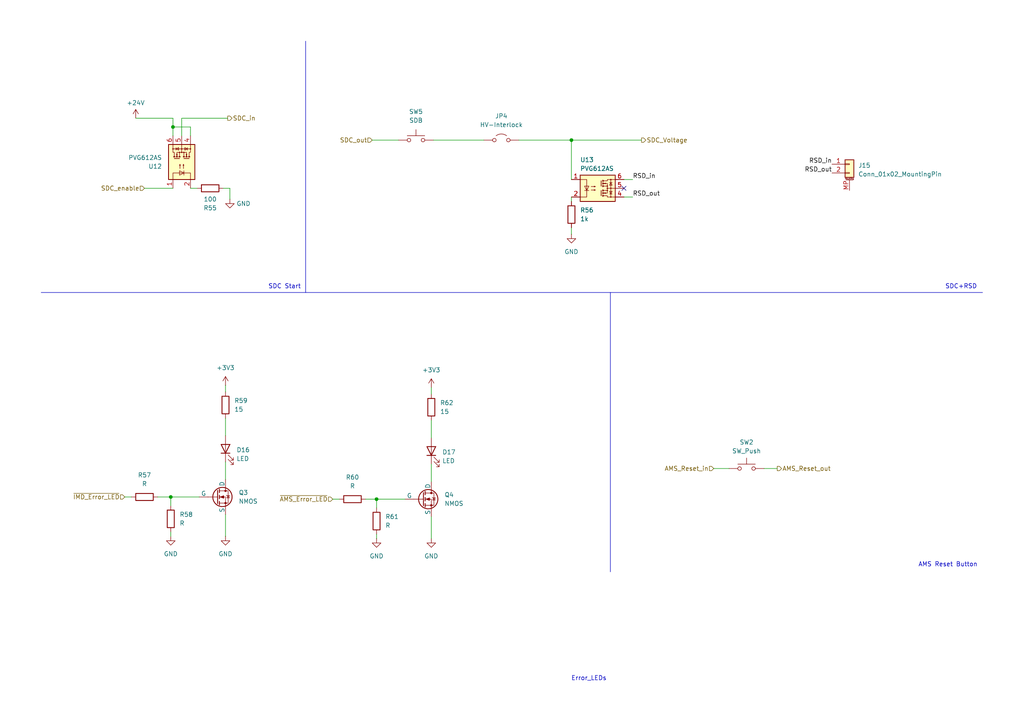
<source format=kicad_sch>
(kicad_sch (version 20231120) (generator "eeschema") (generator_version "8.0")
  (paper "A4")
  (lib_symbols
    (symbol "Connector_Generic_MountingPin:Conn_01x02_MountingPin" (pin_names (offset 1.016) hide)
      (property "Reference" "J" (at 0 2.54 0))
      (property "Value" "Conn_01x02_MountingPin" (at 1.27 -5.08 0))
      (symbol "Conn_01x02_MountingPin_1_1"
        (rectangle (start -1.27 -2.413) (end 0 -2.667) (stroke (width 0.1524)))
        (rectangle (start -1.27 0.127) (end 0 -0.127) (stroke (width 0.1524)))
        (rectangle (start -1.27 1.27) (end 1.27 -3.81) (stroke (width 0.254)) (fill (type background)))
        (polyline (pts (xy -1.016 -4.572) (xy 1.016 -4.572)) (stroke (width 0.1524)))
        (text "Mounting" (at 0 -4.191 0) (effects (font (size 0.381 0.381))))
        (pin passive line (at -5.08 0 0) (length 3.81) (name "Pin_1") (number "1"))
        (pin passive line (at -5.08 -2.54 0) (length 3.81) (name "Pin_2") (number "2"))
        (pin passive line (at 0 -7.62 90) (length 3.048) (name "MountPin") (number "MP"))
      )
    )
    (symbol "Device:LED" (pin_numbers hide) (pin_names (offset 1.016) hide)
      (property "Reference" "D" (at 0 2.54 0))
      (property "Value" "LED" (at 0 -2.54 0))
      (symbol "LED_0_1"
        (polyline (pts (xy -1.27 -1.27) (xy -1.27 1.27)) (stroke (width 0.254)))
        (polyline (pts (xy -1.27 0) (xy 1.27 0)))
        (polyline (pts (xy 1.27 -1.27) (xy 1.27 1.27) (xy -1.27 0) (xy 1.27 -1.27)) (stroke (width 0.254)))
        (polyline (pts (xy -3.048 -0.762) (xy -4.572 -2.286) (xy -3.81 -2.286) (xy -4.572 -2.286) (xy -4.572 -1.524)))
        (polyline (pts (xy -1.778 -0.762) (xy -3.302 -2.286) (xy -2.54 -2.286) (xy -3.302 -2.286) (xy -3.302 -1.524)))
      )
      (symbol "LED_1_1"
        (pin passive line (at -3.81 0 0) (length 2.54) (name "K") (number "1"))
        (pin passive line (at 3.81 0 180) (length 2.54) (name "A") (number "2"))
      )
    )
    (symbol "Device:R" (pin_numbers hide) (pin_names (offset 0))
      (property "Reference" "R" (at 2.032 0 90))
      (property "Value" "R" (at 0 0 90))
      (symbol "R_0_1"
        (rectangle (start -1.016 -2.54) (end 1.016 2.54) (stroke (width 0.254)))
      )
      (symbol "R_1_1"
        (pin passive line (at 0 3.81 270) (length 1.27) (name "~") (number "1"))
        (pin passive line (at 0 -3.81 90) (length 1.27) (name "~") (number "2"))
      )
    )
    (symbol "FaSTTUBe_Power-Switches:PVG612AS"
      (property "Reference" "U" (at -3.81 5.08 0))
      (property "Value" "PVG612AS" (at 0 -5.08 0))
      (symbol "PVG612AS_0_1"
        (rectangle (start -5.08 3.81) (end 5.08 -3.81) (stroke (width 0.254)) (fill (type background)))
        (polyline (pts (xy -3.81 -0.635) (xy -2.54 -0.635)))
        (polyline (pts (xy 1.016 -0.635) (xy 1.016 -2.159)) (stroke (width 0.2032)))
        (polyline (pts (xy 1.016 2.159) (xy 1.016 0.635)) (stroke (width 0.2032)))
        (polyline (pts (xy 1.524 -0.508) (xy 1.524 -0.762)) (stroke (width 0.3556)))
        (polyline (pts (xy 2.794 0) (xy 5.08 0)))
        (polyline (pts (xy 3.429 -1.651) (xy 4.191 -1.651)))
        (polyline (pts (xy 3.429 1.651) (xy 4.191 1.651)))
        (polyline (pts (xy 3.81 -2.54) (xy 3.81 2.54)))
        (polyline (pts (xy 1.524 -2.032) (xy 1.524 -2.286) (xy 1.524 -2.286)) (stroke (width 0.3556)))
        (polyline (pts (xy 1.524 -1.27) (xy 1.524 -1.524) (xy 1.524 -1.524)) (stroke (width 0.3556)))
        (polyline (pts (xy 1.524 0.762) (xy 1.524 0.508) (xy 1.524 0.508)) (stroke (width 0.3556)))
        (polyline (pts (xy 1.524 1.524) (xy 1.524 1.27) (xy 1.524 1.27)) (stroke (width 0.3556)))
        (polyline (pts (xy 1.524 2.286) (xy 1.524 2.032) (xy 1.524 2.032)) (stroke (width 0.3556)))
        (polyline (pts (xy 1.651 -1.397) (xy 2.794 -1.397) (xy 2.794 -0.635)))
        (polyline (pts (xy 1.651 1.397) (xy 2.794 1.397) (xy 2.794 0.635)))
        (polyline (pts (xy -5.08 2.54) (xy -3.175 2.54) (xy -3.175 -2.54) (xy -5.08 -2.54)))
        (polyline (pts (xy -3.175 -0.635) (xy -3.81 0.635) (xy -2.54 0.635) (xy -3.175 -0.635)))
        (polyline (pts (xy 1.651 -2.159) (xy 2.794 -2.159) (xy 2.794 -2.54) (xy 5.08 -2.54)))
        (polyline (pts (xy 1.651 -0.635) (xy 2.794 -0.635) (xy 2.794 0.635) (xy 1.651 0.635)))
        (polyline (pts (xy 1.651 2.159) (xy 2.794 2.159) (xy 2.794 2.54) (xy 5.08 2.54)))
        (polyline (pts (xy 1.778 -1.397) (xy 2.286 -1.27) (xy 2.286 -1.524) (xy 1.778 -1.397)))
        (polyline (pts (xy 1.778 1.397) (xy 2.286 1.524) (xy 2.286 1.27) (xy 1.778 1.397)))
        (polyline (pts (xy 3.81 -1.651) (xy 3.429 -0.889) (xy 4.191 -0.889) (xy 3.81 -1.651)))
        (polyline (pts (xy 3.81 1.651) (xy 3.429 0.889) (xy 4.191 0.889) (xy 3.81 1.651)))
        (polyline (pts (xy -1.905 -0.508) (xy -0.635 -0.508) (xy -1.016 -0.635) (xy -1.016 -0.381) (xy -0.635 -0.508)))
        (polyline (pts (xy -1.905 0.508) (xy -0.635 0.508) (xy -1.016 0.381) (xy -1.016 0.635) (xy -0.635 0.508)))
        (circle (center 2.794 -0.635) (radius 0.127))
        (circle (center 2.794 0) (radius 0.127))
        (circle (center 2.794 0.635) (radius 0.127))
        (circle (center 3.81 -2.54) (radius 0.127))
        (circle (center 3.81 0) (radius 0.127))
        (circle (center 3.81 2.54) (radius 0.127))
      )
      (symbol "PVG612AS_1_1"
        (pin passive line (at -7.62 2.54 0) (length 2.54) (name "~") (number "1"))
        (pin passive line (at -7.62 -2.54 0) (length 2.54) (name "~") (number "2"))
        (pin no_connect line (at -5.08 0 0) (length 2.54) hide (name "~") (number "3"))
        (pin passive line (at 7.62 -2.54 180) (length 2.54) (name "~") (number "4"))
        (pin passive line (at 7.62 0 180) (length 2.54) (name "~") (number "5"))
        (pin passive line (at 7.62 2.54 180) (length 2.54) (name "~") (number "6"))
      )
    )
    (symbol "Jumper:Jumper_2_Open" (pin_numbers hide) (pin_names (offset 0) hide) (exclude_from_sim yes)
      (property "Reference" "JP" (at 0 2.794 0))
      (property "Value" "Jumper_2_Open" (at 0 -2.286 0))
      (symbol "Jumper_2_Open_0_0"
        (circle (center -2.032 0) (radius 0.508))
        (circle (center 2.032 0) (radius 0.508))
      )
      (symbol "Jumper_2_Open_0_1"
        (arc (start 1.524 1.27) (mid 0 1.778) (end -1.524 1.27))
      )
      (symbol "Jumper_2_Open_1_1"
        (pin passive line (at -5.08 0 0) (length 2.54) (name "A") (number "1"))
        (pin passive line (at 5.08 0 180) (length 2.54) (name "B") (number "2"))
      )
    )
    (symbol "Simulation_SPICE:NMOS" (pin_numbers hide) (pin_names (offset 0))
      (property "Reference" "Q" (at 5.08 1.27 0))
      (property "Value" "NMOS" (at 5.08 -1.27 0))
      (symbol "NMOS_0_1"
        (polyline (pts (xy 0.254 0) (xy -2.54 0)))
        (polyline (pts (xy 0.254 1.905) (xy 0.254 -1.905)) (stroke (width 0.254)))
        (polyline (pts (xy 0.762 -1.27) (xy 0.762 -2.286)) (stroke (width 0.254)))
        (polyline (pts (xy 0.762 0.508) (xy 0.762 -0.508)) (stroke (width 0.254)))
        (polyline (pts (xy 0.762 2.286) (xy 0.762 1.27)) (stroke (width 0.254)))
        (polyline (pts (xy 2.54 2.54) (xy 2.54 1.778)))
        (polyline (pts (xy 2.54 -2.54) (xy 2.54 0) (xy 0.762 0)))
        (polyline (pts (xy 0.762 -1.778) (xy 3.302 -1.778) (xy 3.302 1.778) (xy 0.762 1.778)))
        (polyline (pts (xy 1.016 0) (xy 2.032 0.381) (xy 2.032 -0.381) (xy 1.016 0)) (fill (type outline)))
        (polyline (pts (xy 2.794 0.508) (xy 2.921 0.381) (xy 3.683 0.381) (xy 3.81 0.254)))
        (polyline (pts (xy 3.302 0.381) (xy 2.921 -0.254) (xy 3.683 -0.254) (xy 3.302 0.381)))
        (circle (center 1.651 0) (radius 2.794) (stroke (width 0.254)))
        (circle (center 2.54 -1.778) (radius 0.254) (fill (type outline)))
        (circle (center 2.54 1.778) (radius 0.254) (fill (type outline)))
      )
      (symbol "NMOS_1_1"
        (pin passive line (at 2.54 5.08 270) (length 2.54) (name "D") (number "1"))
        (pin input line (at -5.08 0 0) (length 2.54) (name "G") (number "2"))
        (pin passive line (at 2.54 -5.08 90) (length 2.54) (name "S") (number "3"))
      )
    )
    (symbol "Switch:SW_Push" (pin_numbers hide) (pin_names (offset 1.016) hide)
      (property "Reference" "SW" (at 1.27 2.54 0))
      (property "Value" "SW_Push" (at 0 -1.524 0))
      (symbol "SW_Push_0_1"
        (circle (center -2.032 0) (radius 0.508))
        (polyline (pts (xy 0 1.27) (xy 0 3.048)))
        (polyline (pts (xy 2.54 1.27) (xy -2.54 1.27)))
        (circle (center 2.032 0) (radius 0.508))
        (pin passive line (at -5.08 0 0) (length 2.54) (name "1") (number "1"))
        (pin passive line (at 5.08 0 180) (length 2.54) (name "2") (number "2"))
      )
    )
    (symbol "power:+24V" (power) (pin_numbers hide) (pin_names (offset 0) hide)
      (property "Value" "+24V" (at 0 3.556 0))
      (symbol "+24V_0_1"
        (polyline (pts (xy -0.762 1.27) (xy 0 2.54)))
        (polyline (pts (xy 0 0) (xy 0 2.54)))
        (polyline (pts (xy 0 2.54) (xy 0.762 1.27)))
      )
      (symbol "+24V_1_1"
        (pin power_in line (at 0 0 90) (length 0) (name "~") (number "1"))
      )
    )
    (symbol "power:+3V3" (power) (pin_numbers hide) (pin_names (offset 0) hide)
      (property "Value" "+3V3" (at 0 3.556 0))
      (symbol "+3V3_0_1"
        (polyline (pts (xy -0.762 1.27) (xy 0 2.54)))
        (polyline (pts (xy 0 0) (xy 0 2.54)))
        (polyline (pts (xy 0 2.54) (xy 0.762 1.27)))
      )
      (symbol "+3V3_1_1"
        (pin power_in line (at 0 0 90) (length 0) (name "~") (number "1"))
      )
    )
    (symbol "power:GND" (power) (pin_numbers hide) (pin_names (offset 0) hide)
      (property "Value" "GND" (at 0 -3.81 0))
      (symbol "GND_0_1"
        (polyline (pts (xy 0 0) (xy 0 -1.27) (xy 1.27 -1.27) (xy 0 -2.54) (xy -1.27 -1.27) (xy 0 -1.27)))
      )
      (symbol "GND_1_1"
        (pin power_in line (at 0 0 270) (length 0) (name "~") (number "1"))
      )
    )
  )
  (junction (at 50.165 36.83))
  (junction (at 165.735 40.64))
  (junction (at 109.22 144.78))
  (junction (at 49.53 144.145))
  (no_connect (at 180.975 54.61))
  (wire (pts (xy 221.615 135.89) (xy 225.425 135.89)))
  (wire (pts (xy 36.195 144.145) (xy 38.1 144.145)))
  (wire (pts (xy 96.52 144.78) (xy 98.425 144.78)))
  (wire (pts (xy 207.01 135.89) (xy 211.455 135.89)))
  (wire (pts (xy 65.405 149.225) (xy 65.405 155.575)))
  (wire (pts (xy 39.37 34.29) (xy 50.165 34.29)))
  (wire (pts (xy 55.245 39.37) (xy 55.245 36.83)))
  (wire (pts (xy 109.22 144.78) (xy 109.22 147.32)))
  (wire (pts (xy 64.77 54.61) (xy 66.675 54.61)))
  (wire (pts (xy 183.515 52.07) (xy 180.975 52.07)))
  (wire (pts (xy 107.95 40.64) (xy 115.57 40.64)))
  (wire (pts (xy 125.095 149.86) (xy 125.095 156.21)))
  (polyline (pts (xy 88.646 11.938) (xy 88.646 84.836)))
  (wire (pts (xy 180.975 57.15) (xy 183.515 57.15)))
  (wire (pts (xy 50.165 39.37) (xy 50.165 36.83)))
  (polyline (pts (xy 11.938 84.836) (xy 284.988 84.836)))
  (wire (pts (xy 125.095 134.62) (xy 125.095 139.7)))
  (wire (pts (xy 106.045 144.78) (xy 109.22 144.78)))
  (wire (pts (xy 165.735 40.64) (xy 186.055 40.64)))
  (wire (pts (xy 165.735 66.04) (xy 165.735 67.945)))
  (wire (pts (xy 165.735 57.15) (xy 165.735 58.42)))
  (wire (pts (xy 165.735 40.64) (xy 165.735 52.07)))
  (wire (pts (xy 125.095 112.395) (xy 125.095 114.3)))
  (wire (pts (xy 49.53 144.145) (xy 57.785 144.145)))
  (wire (pts (xy 45.72 144.145) (xy 49.53 144.145)))
  (wire (pts (xy 41.91 54.61) (xy 50.165 54.61)))
  (wire (pts (xy 65.405 111.76) (xy 65.405 113.665)))
  (wire (pts (xy 65.405 121.285) (xy 65.405 126.365)))
  (wire (pts (xy 66.675 54.61) (xy 66.675 57.785)))
  (wire (pts (xy 50.165 36.83) (xy 55.245 36.83)))
  (polyline (pts (xy 177.038 84.836) (xy 177.038 165.862)))
  (wire (pts (xy 52.705 34.29) (xy 66.04 34.29)))
  (wire (pts (xy 49.53 144.145) (xy 49.53 146.685)))
  (wire (pts (xy 52.705 39.37) (xy 52.705 34.29)))
  (wire (pts (xy 150.495 40.64) (xy 165.735 40.64)))
  (wire (pts (xy 125.73 40.64) (xy 140.335 40.64)))
  (wire (pts (xy 50.165 36.83) (xy 50.165 34.29)))
  (wire (pts (xy 55.245 54.61) (xy 57.15 54.61)))
  (wire (pts (xy 125.095 121.92) (xy 125.095 127)))
  (wire (pts (xy 109.22 144.78) (xy 117.475 144.78)))
  (wire (pts (xy 109.22 156.21) (xy 109.22 154.94)))
  (wire (pts (xy 49.53 155.575) (xy 49.53 154.305)))
  (wire (pts (xy 65.405 133.985) (xy 65.405 139.065)))
  (text "AMS Reset Button" (at 274.955 163.83 0) (effects (font (size 1.27 1.27))))
  (text "Error_LEDs" (at 170.815 196.85 0) (effects (font (size 1.27 1.27))))
  (text "SDC+RSD" (at 278.765 83.185 0) (effects (font (size 1.27 1.27))))
  (text "SDC Start" (at 82.55 83.185 0) (effects (font (size 1.27 1.27))))
  (label "RSD_out" (at 241.3 50.165 180))
  (label "RSD_in" (at 183.515 52.07 0))
  (label "RSD_out" (at 183.515 57.15 0))
  (label "RSD_in" (at 241.3 47.625 180))
  (hierarchical_label "SDC_out" (shape input) (at 107.95 40.64 180))
  (hierarchical_label "~{AMS_Error_LED}" (shape input) (at 96.52 144.78 180))
  (hierarchical_label "~{IMD_Error_LED}" (shape input) (at 36.195 144.145 180))
  (hierarchical_label "SDC_in" (shape output) (at 66.04 34.29 0))
  (hierarchical_label "AMS_Reset_in" (shape input) (at 207.01 135.89 180))
  (hierarchical_label "SDC_enable" (shape input) (at 41.91 54.61 180))
  (hierarchical_label "SDC_Voltage" (shape output) (at 186.055 40.64 0))
  (hierarchical_label "AMS_Reset_out" (shape output) (at 225.425 135.89 0))
  (symbol (lib_id "Device:R") (at 125.095 118.11 180) (unit 1)
    (property "Reference" "R62" (at 127.635 116.8399 0) (effects (justify right)))
    (property "Value" "15" (at 127.635 119.3799 0) (effects (justify right)))
    (property "Footprint" "Resistor_SMD:R_1206_3216Metric" (effects (hide yes)))
    (property "Datasheet" "CRGCQ1206F15R" (effects (hide yes)))
    (property "Description" "Resistor" (effects (hide yes)))
  )
  (symbol (lib_id "Device:R") (at 41.91 144.145 270) (unit 1)
    (property "Reference" "R57" (at 41.91 137.795 90))
    (property "Value" "R" (at 41.91 140.335 90))
    (property "Footprint" "Resistor_SMD:R_0603_1608Metric" (effects (hide yes)))
    (property "Description" "Resistor" (effects (hide yes)))
  )
  (symbol (lib_id "Device:R") (at 49.53 150.495 180) (unit 1)
    (property "Reference" "R58" (at 52.07 149.2249 0) (effects (justify right)))
    (property "Value" "R" (at 52.07 151.7649 0) (effects (justify right)))
    (property "Footprint" "Resistor_SMD:R_0603_1608Metric" (effects (hide yes)))
    (property "Description" "Resistor" (effects (hide yes)))
  )
  (symbol (lib_id "power:GND") (at 66.675 57.785 0) (mirror y) (unit 1)
    (property "Reference" "#PWR0118" (effects (hide yes)))
    (property "Value" "GND" (at 68.58 59.0549 0) (effects (justify right)))
    (property "Description" "Power symbol creates a global label with name \"GND\" , ground" (effects (hide yes)))
  )
  (symbol (lib_id "power:GND") (at 109.22 156.21 0) (unit 1)
    (property "Reference" "#PWR0123" (effects (hide yes)))
    (property "Value" "GND" (at 109.22 161.29 0))
    (property "Description" "Power symbol creates a global label with name \"GND\" , ground" (effects (hide yes)))
  )
  (symbol (lib_id "Device:R") (at 65.405 117.475 180) (unit 1)
    (property "Reference" "R59" (at 67.945 116.2049 0) (effects (justify right)))
    (property "Value" "15" (at 67.945 118.7449 0) (effects (justify right)))
    (property "Footprint" "Resistor_SMD:R_1206_3216Metric" (effects (hide yes)))
    (property "Datasheet" "CRGCQ1206F15R" (effects (hide yes)))
    (property "Description" "Resistor" (effects (hide yes)))
  )
  (symbol (lib_id "Device:R") (at 165.735 62.23 180) (unit 1)
    (property "Reference" "R56" (at 168.275 60.9599 0) (effects (justify right)))
    (property "Value" "1k" (at 168.275 63.4999 0) (effects (justify right)))
    (property "Footprint" "Resistor_SMD:R_1206_3216Metric" (effects (hide yes)))
    (property "Datasheet" "CHP1206-FX-1001ELF" (effects (hide yes)))
    (property "Description" "Resistor" (effects (hide yes)))
  )
  (symbol (lib_id "power:+3V3") (at 65.405 111.76 0) (unit 1)
    (property "Reference" "#PWR0121" (effects (hide yes)))
    (property "Value" "+3V3" (at 65.405 106.68 0))
    (property "Description" "Power symbol creates a global label with name \"+3V3\"" (effects (hide yes)))
  )
  (symbol (lib_id "Simulation_SPICE:NMOS") (at 62.865 144.145 0) (unit 1)
    (property "Reference" "Q3" (at 69.215 142.8749 0) (effects (justify left)))
    (property "Value" "NMOS" (at 69.215 145.4149 0) (effects (justify left)))
    (property "Datasheet" "https://ngspice.sourceforge.io/docs/ngspice-html-manual/manual.xhtml#cha_MOSFETs" (effects (hide yes)))
    (property "Description" "N-MOSFET transistor, drain/source/gate" (effects (hide yes)))
    (property "Sim.Device" "NMOS" (effects (hide yes)))
    (property "Sim.Type" "VDMOS" (effects (hide yes)))
    (property "Sim.Pins" "1=D 2=G 3=S" (effects (hide yes)))
  )
  (symbol (lib_id "Device:R") (at 102.235 144.78 270) (unit 1)
    (property "Reference" "R60" (at 102.235 138.43 90))
    (property "Value" "R" (at 102.235 140.97 90))
    (property "Footprint" "Resistor_SMD:R_0603_1608Metric" (effects (hide yes)))
    (property "Description" "Resistor" (effects (hide yes)))
  )
  (symbol (lib_id "Jumper:Jumper_2_Open") (at 145.415 40.64 0) (unit 1) (exclude_from_sim yes)
    (property "Reference" "JP4" (at 145.415 33.655 0))
    (property "Value" "HV-Interlock" (at 145.415 36.195 0))
    (property "Footprint" "FaSTTUBe_connectors:Micro_Mate-N-Lok_2p_vertical" (effects (hide yes)))
    (property "Description" "Jumper, 2-pole, open" (effects (hide yes)))
  )
  (symbol (lib_id "power:GND") (at 49.53 155.575 0) (unit 1)
    (property "Reference" "#PWR0120" (effects (hide yes)))
    (property "Value" "GND" (at 49.53 160.655 0))
    (property "Description" "Power symbol creates a global label with name \"GND\" , ground" (effects (hide yes)))
  )
  (symbol (lib_id "Device:R") (at 60.96 54.61 90) (mirror x) (unit 1)
    (property "Reference" "R55" (at 60.96 60.325 90))
    (property "Value" "100" (at 60.96 57.785 90))
    (property "Footprint" "Resistor_SMD:R_0603_1608Metric" (effects (hide yes)))
    (property "Description" "Resistor" (effects (hide yes)))
  )
  (symbol (lib_id "Device:LED") (at 65.405 130.175 90) (unit 1)
    (property "Reference" "D16" (at 68.58 130.4924 90) (effects (justify right)))
    (property "Value" "LED" (at 68.58 133.0324 90) (effects (justify right)))
    (property "Footprint" "FaSTTUBe_connectors:Micro_Mate-N-Lok_2p_vertical" (effects (hide yes)))
    (property "Description" "Light emitting diode" (effects (hide yes)))
  )
  (symbol (lib_id "Device:R") (at 109.22 151.13 180) (unit 1)
    (property "Reference" "R61" (at 111.76 149.8599 0) (effects (justify right)))
    (property "Value" "R" (at 111.76 152.3999 0) (effects (justify right)))
    (property "Footprint" "Resistor_SMD:R_0603_1608Metric" (effects (hide yes)))
    (property "Description" "Resistor" (effects (hide yes)))
  )
  (symbol (lib_id "Device:LED") (at 125.095 130.81 90) (unit 1)
    (property "Reference" "D17" (at 128.27 131.1274 90) (effects (justify right)))
    (property "Value" "LED" (at 128.27 133.6674 90) (effects (justify right)))
    (property "Footprint" "FaSTTUBe_connectors:Micro_Mate-N-Lok_2p_vertical" (effects (hide yes)))
    (property "Description" "Light emitting diode" (effects (hide yes)))
  )
  (symbol (lib_id "power:GND") (at 65.405 155.575 0) (unit 1)
    (property "Reference" "#PWR0122" (effects (hide yes)))
    (property "Value" "GND" (at 65.405 160.655 0))
    (property "Description" "Power symbol creates a global label with name \"GND\" , ground" (effects (hide yes)))
  )
  (symbol (lib_id "Switch:SW_Push") (at 120.65 40.64 0) (unit 1)
    (property "Reference" "SW5" (at 120.65 32.385 0))
    (property "Value" "SDB" (at 120.65 34.925 0))
    (property "Footprint" "FaSTTUBe_connectors:Micro_Mate-N-Lok_2p_vertical" (effects (hide yes)))
    (property "Description" "Push button switch, generic, two pins" (effects (hide yes)))
  )
  (symbol (lib_id "power:GND") (at 125.095 156.21 0) (unit 1)
    (property "Reference" "#PWR0125" (effects (hide yes)))
    (property "Value" "GND" (at 125.095 161.29 0))
    (property "Description" "Power symbol creates a global label with name \"GND\" , ground" (effects (hide yes)))
  )
  (symbol (lib_id "Simulation_SPICE:NMOS") (at 122.555 144.78 0) (unit 1)
    (property "Reference" "Q4" (at 128.905 143.5099 0) (effects (justify left)))
    (property "Value" "NMOS" (at 128.905 146.0499 0) (effects (justify left)))
    (property "Datasheet" "https://ngspice.sourceforge.io/docs/ngspice-html-manual/manual.xhtml#cha_MOSFETs" (effects (hide yes)))
    (property "Description" "N-MOSFET transistor, drain/source/gate" (effects (hide yes)))
    (property "Sim.Device" "NMOS" (effects (hide yes)))
    (property "Sim.Type" "VDMOS" (effects (hide yes)))
    (property "Sim.Pins" "1=D 2=G 3=S" (effects (hide yes)))
  )
  (symbol (lib_id "power:+24V") (at 39.37 34.29 0) (unit 1)
    (property "Reference" "#PWR0172" (effects (hide yes)))
    (property "Value" "+24V" (at 39.37 29.845 0))
    (property "Description" "Power symbol creates a global label with name \"+24V\"" (effects (hide yes)))
  )
  (symbol (lib_id "power:+3V3") (at 125.095 112.395 0) (unit 1)
    (property "Reference" "#PWR0124" (effects (hide yes)))
    (property "Value" "+3V3" (at 125.095 107.315 0))
    (property "Description" "Power symbol creates a global label with name \"+3V3\"" (effects (hide yes)))
  )
  (symbol (lib_id "FaSTTUBe_Power-Switches:PVG612AS") (at 52.705 46.99 90) (unit 1)
    (property "Reference" "U12" (at 46.99 48.2601 90) (effects (justify left)))
    (property "Value" "PVG612AS" (at 46.99 45.7201 90) (effects (justify left)))
    (property "Footprint" "Package_DIP:SMDIP-6_W9.53mm" (effects (hide yes)))
    (property "Datasheet" "https://www.infineon.com/dgdl/Infineon-PVG612A-DataSheet-v01_00-EN.pdf?fileId=5546d462533600a401535683ca14293a" (effects (hide yes)))
    (property "Description" "Photo MOSFET optically coupled, 60VDC, 4A, 35mohm, Isolation 4000 VRMS, SMDIP-6" (effects (hide yes)))
  )
  (symbol (lib_id "Switch:SW_Push") (at 216.535 135.89 0) (unit 1)
    (property "Reference" "SW2" (at 216.535 128.27 0))
    (property "Value" "SW_Push" (at 216.535 130.81 0))
    (property "Footprint" "FaSTTUBe_connectors:Micro_Mate-N-Lok_2p_vertical" (effects (hide yes)))
    (property "Description" "Push button switch, generic, two pins" (effects (hide yes)))
  )
  (symbol (lib_id "Connector_Generic_MountingPin:Conn_01x02_MountingPin") (at 246.38 47.625 0) (unit 1)
    (property "Reference" "J15" (at 248.92 47.9805 0) (effects (justify left)))
    (property "Value" "Conn_01x02_MountingPin" (at 248.92 50.5205 0) (effects (justify left)))
    (property "Footprint" "FaSTTUBe_connectors:Micro_Mate-N-Lok_2p_vertical" (effects (hide yes)))
    (property "Description" "Generic connectable mounting pin connector, single row, 01x02, script generated (kicad-library-utils/schlib/autogen/connector/)" (effects (hide yes)))
  )
  (symbol (lib_id "power:GND") (at 165.735 67.945 0) (unit 1)
    (property "Reference" "#PWR0119" (effects (hide yes)))
    (property "Value" "GND" (at 165.735 73.025 0))
    (property "Description" "Power symbol creates a global label with name \"GND\" , ground" (effects (hide yes)))
  )
  (symbol (lib_id "FaSTTUBe_Power-Switches:PVG612AS") (at 173.355 54.61 0) (unit 1)
    (property "Reference" "U13" (at 168.275 46.355 0) (effects (justify left)))
    (property "Value" "PVG612AS" (at 168.275 48.895 0) (effects (justify left)))
    (property "Footprint" "Package_DIP:SMDIP-6_W9.53mm" (effects (hide yes)))
    (property "Datasheet" "https://www.infineon.com/dgdl/Infineon-PVG612A-DataSheet-v01_00-EN.pdf?fileId=5546d462533600a401535683ca14293a" (effects (hide yes)))
    (property "Description" "Photo MOSFET optically coupled, 60VDC, 4A, 35mohm, Isolation 4000 VRMS, SMDIP-6" (effects (hide yes)))
  )
)
</source>
